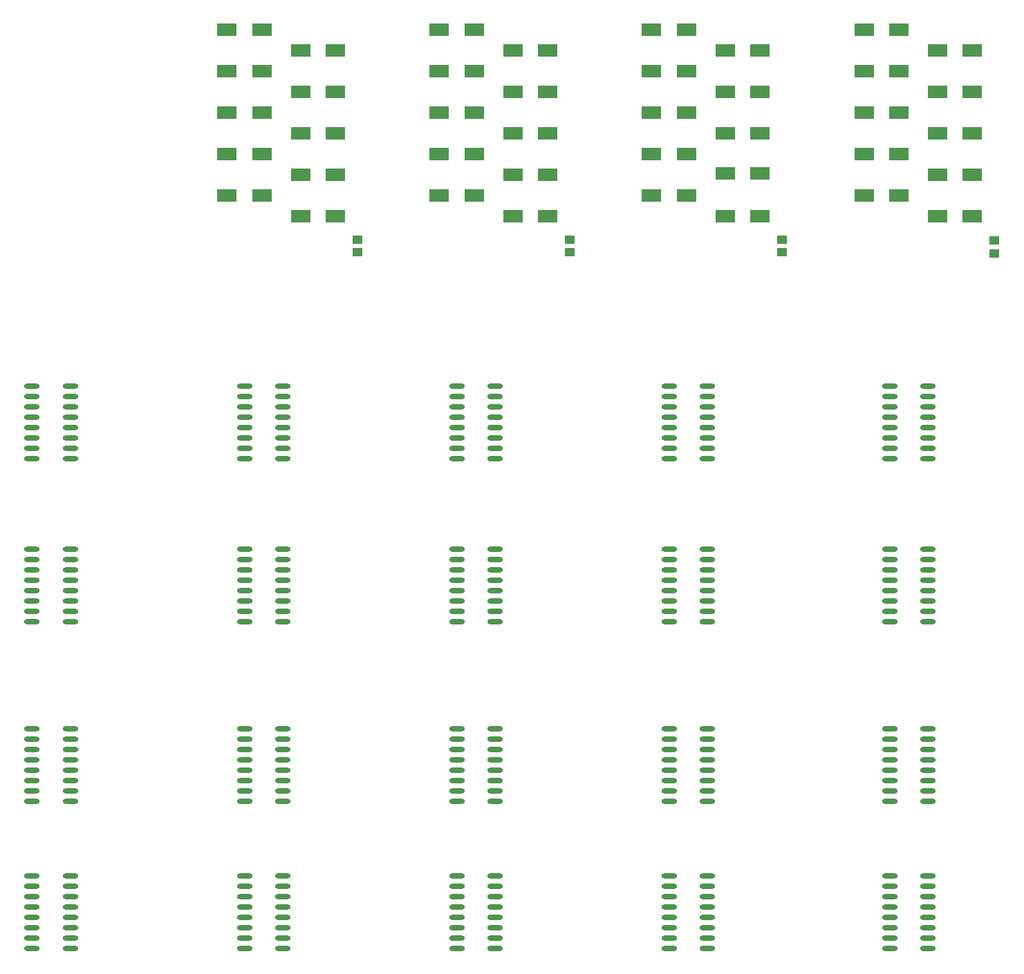
<source format=gtp>
G04*
G04 #@! TF.GenerationSoftware,Altium Limited,Altium Designer,18.0.9 (584)*
G04*
G04 Layer_Color=8421504*
%FSLAX25Y25*%
%MOIN*%
G70*
G01*
G75*
%ADD14R,0.09173X0.06142*%
%ADD15R,0.05118X0.03937*%
%ADD16O,0.07480X0.02362*%
D14*
X379961Y419291D02*
D03*
X396811D02*
D03*
X482323Y398917D02*
D03*
X499173D02*
D03*
X446890Y408917D02*
D03*
X463740D02*
D03*
X482323Y418917D02*
D03*
X499173D02*
D03*
X446890Y428917D02*
D03*
X463740D02*
D03*
X482323Y438917D02*
D03*
X499173D02*
D03*
X446890Y448917D02*
D03*
X463740D02*
D03*
X482323Y458917D02*
D03*
X499173D02*
D03*
X446890Y468917D02*
D03*
X463740D02*
D03*
X482323Y478917D02*
D03*
X499173D02*
D03*
X446890Y488917D02*
D03*
X463740D02*
D03*
X294449Y398917D02*
D03*
X277598D02*
D03*
X396811D02*
D03*
X379960D02*
D03*
X259016Y408917D02*
D03*
X242165D02*
D03*
X361378D02*
D03*
X344527D02*
D03*
X294449Y418917D02*
D03*
X277598D02*
D03*
X259016Y428917D02*
D03*
X242165D02*
D03*
X361378D02*
D03*
X344527D02*
D03*
X294449Y438917D02*
D03*
X277598D02*
D03*
X396811D02*
D03*
X379960D02*
D03*
X259016Y448917D02*
D03*
X242165D02*
D03*
X361378D02*
D03*
X344527D02*
D03*
X294449Y458917D02*
D03*
X277598D02*
D03*
X396811D02*
D03*
X379960D02*
D03*
X259016Y468917D02*
D03*
X242165D02*
D03*
X361378D02*
D03*
X344527D02*
D03*
X294449Y478917D02*
D03*
X277598D02*
D03*
X396811D02*
D03*
X379960D02*
D03*
X259016Y488917D02*
D03*
X242165D02*
D03*
X361378D02*
D03*
X344527D02*
D03*
X192087Y398917D02*
D03*
X175236D02*
D03*
X156653Y408917D02*
D03*
X139803D02*
D03*
X192087Y418917D02*
D03*
X175236D02*
D03*
X156653Y428917D02*
D03*
X139803D02*
D03*
X192087Y438917D02*
D03*
X175236D02*
D03*
X156653Y448917D02*
D03*
X139803D02*
D03*
X192087Y458917D02*
D03*
X175236D02*
D03*
X156653Y468917D02*
D03*
X139803D02*
D03*
X192087Y478917D02*
D03*
X175236D02*
D03*
X156653Y488917D02*
D03*
X139803D02*
D03*
D15*
X509842Y380709D02*
D03*
Y387008D02*
D03*
X304921Y381299D02*
D03*
Y387598D02*
D03*
X407283Y381299D02*
D03*
Y387598D02*
D03*
X202559Y381299D02*
D03*
Y387598D02*
D03*
D16*
X269094Y316713D02*
D03*
Y311713D02*
D03*
Y306713D02*
D03*
Y301713D02*
D03*
Y296713D02*
D03*
Y291713D02*
D03*
Y286713D02*
D03*
Y281713D02*
D03*
X250590Y316713D02*
D03*
Y311713D02*
D03*
Y306713D02*
D03*
Y301713D02*
D03*
Y296713D02*
D03*
Y291713D02*
D03*
Y286713D02*
D03*
Y281713D02*
D03*
X269094Y151358D02*
D03*
Y146358D02*
D03*
Y141358D02*
D03*
Y136358D02*
D03*
Y131358D02*
D03*
Y126358D02*
D03*
Y121358D02*
D03*
Y116358D02*
D03*
X250590Y151358D02*
D03*
Y146358D02*
D03*
Y141358D02*
D03*
Y136358D02*
D03*
Y131358D02*
D03*
Y126358D02*
D03*
Y121358D02*
D03*
Y116358D02*
D03*
X64370Y316713D02*
D03*
Y311713D02*
D03*
Y306713D02*
D03*
Y301713D02*
D03*
Y296713D02*
D03*
Y291713D02*
D03*
Y286713D02*
D03*
Y281713D02*
D03*
X45866Y316713D02*
D03*
Y311713D02*
D03*
Y306713D02*
D03*
Y301713D02*
D03*
Y296713D02*
D03*
Y291713D02*
D03*
Y286713D02*
D03*
Y281713D02*
D03*
X166732Y316713D02*
D03*
Y311713D02*
D03*
Y306713D02*
D03*
Y301713D02*
D03*
Y296713D02*
D03*
Y291713D02*
D03*
Y286713D02*
D03*
Y281713D02*
D03*
X148228Y316713D02*
D03*
Y311713D02*
D03*
Y306713D02*
D03*
Y301713D02*
D03*
Y296713D02*
D03*
Y291713D02*
D03*
Y286713D02*
D03*
Y281713D02*
D03*
X166732Y151358D02*
D03*
Y146358D02*
D03*
Y141358D02*
D03*
Y136358D02*
D03*
Y131358D02*
D03*
Y126358D02*
D03*
Y121358D02*
D03*
Y116358D02*
D03*
X148228Y151358D02*
D03*
Y146358D02*
D03*
Y141358D02*
D03*
Y136358D02*
D03*
Y131358D02*
D03*
Y126358D02*
D03*
Y121358D02*
D03*
Y116358D02*
D03*
X64370Y151358D02*
D03*
Y146358D02*
D03*
Y141358D02*
D03*
Y136358D02*
D03*
Y131358D02*
D03*
Y126358D02*
D03*
Y121358D02*
D03*
Y116358D02*
D03*
X45866Y151358D02*
D03*
Y146358D02*
D03*
Y141358D02*
D03*
Y136358D02*
D03*
Y131358D02*
D03*
Y126358D02*
D03*
Y121358D02*
D03*
Y116358D02*
D03*
X269094Y237972D02*
D03*
Y232972D02*
D03*
Y227972D02*
D03*
Y222972D02*
D03*
Y217972D02*
D03*
Y212972D02*
D03*
Y207972D02*
D03*
Y202972D02*
D03*
X250590Y237972D02*
D03*
Y232972D02*
D03*
Y227972D02*
D03*
Y222972D02*
D03*
Y217972D02*
D03*
Y212972D02*
D03*
Y207972D02*
D03*
Y202972D02*
D03*
X269094Y80492D02*
D03*
Y75492D02*
D03*
Y70492D02*
D03*
Y65492D02*
D03*
Y60492D02*
D03*
Y55492D02*
D03*
Y50492D02*
D03*
Y45492D02*
D03*
X250590Y80492D02*
D03*
Y75492D02*
D03*
Y70492D02*
D03*
Y65492D02*
D03*
Y60492D02*
D03*
Y55492D02*
D03*
Y50492D02*
D03*
Y45492D02*
D03*
X64370Y237972D02*
D03*
Y232972D02*
D03*
Y227972D02*
D03*
Y222972D02*
D03*
Y217972D02*
D03*
Y212972D02*
D03*
Y207972D02*
D03*
Y202972D02*
D03*
X45866Y237972D02*
D03*
Y232972D02*
D03*
Y227972D02*
D03*
Y222972D02*
D03*
Y217972D02*
D03*
Y212972D02*
D03*
Y207972D02*
D03*
Y202972D02*
D03*
X166732Y237972D02*
D03*
X166732Y232972D02*
D03*
X166732Y227972D02*
D03*
Y222972D02*
D03*
Y217972D02*
D03*
Y212972D02*
D03*
X166732Y207972D02*
D03*
X166732Y202972D02*
D03*
X148228Y237972D02*
D03*
X148228Y232972D02*
D03*
X148228Y227972D02*
D03*
Y222972D02*
D03*
Y217972D02*
D03*
Y212972D02*
D03*
X148228Y207972D02*
D03*
X148228Y202972D02*
D03*
X166732Y80492D02*
D03*
Y75492D02*
D03*
Y70492D02*
D03*
Y65492D02*
D03*
Y60492D02*
D03*
Y55492D02*
D03*
Y50492D02*
D03*
Y45492D02*
D03*
X148228Y80492D02*
D03*
Y75492D02*
D03*
Y70492D02*
D03*
Y65492D02*
D03*
Y60492D02*
D03*
Y55492D02*
D03*
Y50492D02*
D03*
Y45492D02*
D03*
X64370Y80492D02*
D03*
Y75492D02*
D03*
Y70492D02*
D03*
Y65492D02*
D03*
Y60492D02*
D03*
Y55492D02*
D03*
Y50492D02*
D03*
Y45492D02*
D03*
X45866Y80492D02*
D03*
Y75492D02*
D03*
Y70492D02*
D03*
Y65492D02*
D03*
Y60492D02*
D03*
Y55492D02*
D03*
Y50492D02*
D03*
Y45492D02*
D03*
X371457Y316713D02*
D03*
Y311713D02*
D03*
Y306713D02*
D03*
Y301713D02*
D03*
Y296713D02*
D03*
Y291713D02*
D03*
Y286713D02*
D03*
Y281713D02*
D03*
X352953Y316713D02*
D03*
Y311713D02*
D03*
Y306713D02*
D03*
Y301713D02*
D03*
Y296713D02*
D03*
Y291713D02*
D03*
Y286713D02*
D03*
Y281713D02*
D03*
X371457Y237972D02*
D03*
Y232972D02*
D03*
Y227972D02*
D03*
Y222972D02*
D03*
Y217972D02*
D03*
Y212972D02*
D03*
Y207972D02*
D03*
Y202972D02*
D03*
X352953Y237972D02*
D03*
Y232972D02*
D03*
Y227972D02*
D03*
Y222972D02*
D03*
Y217972D02*
D03*
Y212972D02*
D03*
Y207972D02*
D03*
Y202972D02*
D03*
X371457Y151358D02*
D03*
Y146358D02*
D03*
Y141358D02*
D03*
Y136358D02*
D03*
Y131358D02*
D03*
Y126358D02*
D03*
Y121358D02*
D03*
Y116358D02*
D03*
X352953Y151358D02*
D03*
Y146358D02*
D03*
Y141358D02*
D03*
Y136358D02*
D03*
Y131358D02*
D03*
Y126358D02*
D03*
Y121358D02*
D03*
Y116358D02*
D03*
X371457Y80492D02*
D03*
Y75492D02*
D03*
Y70492D02*
D03*
Y65492D02*
D03*
Y60492D02*
D03*
Y55492D02*
D03*
Y50492D02*
D03*
Y45492D02*
D03*
X352953Y80492D02*
D03*
Y75492D02*
D03*
Y70492D02*
D03*
Y65492D02*
D03*
Y60492D02*
D03*
Y55492D02*
D03*
Y50492D02*
D03*
Y45492D02*
D03*
X477756Y316713D02*
D03*
Y311713D02*
D03*
Y306713D02*
D03*
Y301713D02*
D03*
Y296713D02*
D03*
Y291713D02*
D03*
Y286713D02*
D03*
Y281713D02*
D03*
X459252Y316713D02*
D03*
Y311713D02*
D03*
Y306713D02*
D03*
Y301713D02*
D03*
Y296713D02*
D03*
Y291713D02*
D03*
Y286713D02*
D03*
Y281713D02*
D03*
X477756Y237972D02*
D03*
Y232972D02*
D03*
Y227972D02*
D03*
Y222972D02*
D03*
Y217972D02*
D03*
Y212972D02*
D03*
Y207972D02*
D03*
Y202972D02*
D03*
X459252Y237972D02*
D03*
Y232972D02*
D03*
Y227972D02*
D03*
Y222972D02*
D03*
Y217972D02*
D03*
Y212972D02*
D03*
Y207972D02*
D03*
Y202972D02*
D03*
X477756Y151358D02*
D03*
Y146358D02*
D03*
Y141358D02*
D03*
Y136358D02*
D03*
Y131358D02*
D03*
Y126358D02*
D03*
Y121358D02*
D03*
Y116358D02*
D03*
X459252Y151358D02*
D03*
Y146358D02*
D03*
Y141358D02*
D03*
Y136358D02*
D03*
Y131358D02*
D03*
Y126358D02*
D03*
Y121358D02*
D03*
Y116358D02*
D03*
X477756Y80492D02*
D03*
Y75492D02*
D03*
Y70492D02*
D03*
Y65492D02*
D03*
Y60492D02*
D03*
Y55492D02*
D03*
Y50492D02*
D03*
Y45492D02*
D03*
X459252Y80492D02*
D03*
Y75492D02*
D03*
Y70492D02*
D03*
Y65492D02*
D03*
Y60492D02*
D03*
Y55492D02*
D03*
Y50492D02*
D03*
Y45492D02*
D03*
M02*

</source>
